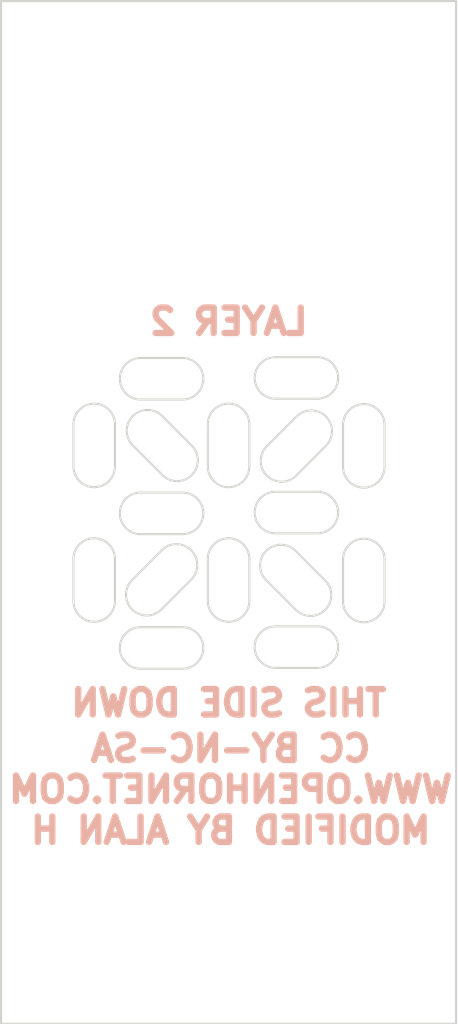
<source format=kicad_pcb>
(kicad_pcb (version 20171130) (host pcbnew "(5.1.9)-1")

  (general
    (thickness 1.6)
    (drawings 71)
    (tracks 0)
    (zones 0)
    (modules 0)
    (nets 1)
  )

  (page A4)
  (layers
    (0 F.Cu signal)
    (31 B.Cu signal)
    (32 B.Adhes user)
    (33 F.Adhes user)
    (34 B.Paste user)
    (35 F.Paste user)
    (36 B.SilkS user)
    (37 F.SilkS user)
    (38 B.Mask user)
    (39 F.Mask user)
    (40 Dwgs.User user)
    (41 Cmts.User user)
    (42 Eco1.User user)
    (43 Eco2.User user)
    (44 Edge.Cuts user)
    (45 Margin user)
    (46 B.CrtYd user)
    (47 F.CrtYd user)
    (48 B.Fab user)
    (49 F.Fab user)
  )

  (setup
    (last_trace_width 0.25)
    (user_trace_width 0.1524)
    (user_trace_width 0.2032)
    (user_trace_width 0.3048)
    (user_trace_width 0.4572)
    (user_trace_width 0.1524)
    (user_trace_width 0.2032)
    (user_trace_width 0.3048)
    (user_trace_width 0.4572)
    (user_trace_width 0.1524)
    (user_trace_width 0.2032)
    (user_trace_width 0.3048)
    (user_trace_width 0.4572)
    (user_trace_width 0.1524)
    (user_trace_width 0.2032)
    (user_trace_width 0.3048)
    (user_trace_width 0.4572)
    (trace_clearance 0.2)
    (zone_clearance 0.508)
    (zone_45_only no)
    (trace_min 0.127)
    (via_size 0.8)
    (via_drill 0.4)
    (via_min_size 0.45)
    (via_min_drill 0.2)
    (user_via 0.45 0.2)
    (user_via 0.45 0.2)
    (user_via 0.45 0.2)
    (user_via 0.45 0.2)
    (uvia_size 0.3)
    (uvia_drill 0.1)
    (uvias_allowed no)
    (uvia_min_size 0.2)
    (uvia_min_drill 0.1)
    (edge_width 0.05)
    (segment_width 0.2)
    (pcb_text_width 0.3)
    (pcb_text_size 1.5 1.5)
    (mod_edge_width 0.12)
    (mod_text_size 1 1)
    (mod_text_width 0.15)
    (pad_size 0.59 0.64)
    (pad_drill 0)
    (pad_to_mask_clearance 0.051)
    (solder_mask_min_width 0.25)
    (aux_axis_origin 199.945 52.19)
    (grid_origin 199.945 52.19)
    (visible_elements 7FFFFFDF)
    (pcbplotparams
      (layerselection 0x010fc_ffffffff)
      (usegerberextensions false)
      (usegerberattributes false)
      (usegerberadvancedattributes false)
      (creategerberjobfile false)
      (excludeedgelayer true)
      (linewidth 0.100000)
      (plotframeref false)
      (viasonmask false)
      (mode 1)
      (useauxorigin false)
      (hpglpennumber 1)
      (hpglpenspeed 20)
      (hpglpendiameter 15.000000)
      (psnegative false)
      (psa4output false)
      (plotreference true)
      (plotvalue true)
      (plotinvisibletext false)
      (padsonsilk false)
      (subtractmaskfromsilk false)
      (outputformat 1)
      (mirror false)
      (drillshape 0)
      (scaleselection 1)
      (outputdirectory "gerbers"))
  )

  (net 0 "")

  (net_class Default "This is the default net class."
    (clearance 0.2)
    (trace_width 0.25)
    (via_dia 0.8)
    (via_drill 0.4)
    (uvia_dia 0.3)
    (uvia_drill 0.1)
  )

  (gr_line (start 149.22 85.965) (end 149.22 110.09) (layer Edge.Cuts) (width 0.05))
  (gr_line (start 138.47 85.965) (end 138.47 110.09) (layer Edge.Cuts) (width 0.05))
  (gr_line (start 149.22 110.09) (end 138.47 110.09) (layer Edge.Cuts) (width 0.05))
  (gr_line (start 138.47 85.965) (end 149.22 85.965) (layer Edge.Cuts) (width 0.05))
  (gr_text "CC BY-NC-SA\nWWW.OPENHORNET.COM\nMODIFIED BY ALAN H" (at 143.895 104.565) (layer B.SilkS)
    (effects (font (size 0.6 0.6) (thickness 0.15)) (justify mirror))
  )
  (gr_arc (start 140.67 95.9525) (end 141.160917 95.9525) (angle -180) (layer Edge.Cuts) (width 0.05) (tstamp 5FB865F4))
  (gr_arc (start 140.67 96.9425) (end 140.179898 96.9425) (angle -180) (layer Edge.Cuts) (width 0.05) (tstamp 5FB865F3))
  (gr_line (start 141.7675 98.540102) (end 142.7575 98.540102) (layer Edge.Cuts) (width 0.05) (tstamp 5FB865F2))
  (gr_line (start 140.179898 95.9525) (end 140.179898 96.9425) (layer Edge.Cuts) (width 0.05) (tstamp 5FB865F1))
  (gr_arc (start 147.04 95.9625) (end 147.530102 95.9625) (angle -180) (layer Edge.Cuts) (width 0.05) (tstamp 5FB865F0))
  (gr_line (start 144.9525 101.695917) (end 145.9425 101.695917) (layer Edge.Cuts) (width 0.05) (tstamp 5FB865EF))
  (gr_line (start 141.580958 96.446077) (end 142.280994 97.146113) (layer Edge.Cuts) (width 0.05) (tstamp 5FB865EE))
  (gr_arc (start 142.7575 98.05) (end 142.7575 98.540102) (angle -180) (layer Edge.Cuts) (width 0.05) (tstamp 5FB865ED))
  (gr_line (start 142.7575 100.734083) (end 141.7675 100.734083) (layer Edge.Cuts) (width 0.05) (tstamp 5FB865EC))
  (gr_arc (start 142.7575 94.875) (end 142.7575 95.365102) (angle -180) (layer Edge.Cuts) (width 0.05) (tstamp 5FB865EB))
  (gr_line (start 141.7675 101.715102) (end 142.7575 101.715102) (layer Edge.Cuts) (width 0.05) (tstamp 5FB865EA))
  (gr_line (start 146.129042 99.633923) (end 145.429006 98.933887) (layer Edge.Cuts) (width 0.05) (tstamp 5FB865E9))
  (gr_line (start 140.179898 99.1275) (end 140.179898 100.1175) (layer Edge.Cuts) (width 0.05) (tstamp 5FB865E8))
  (gr_line (start 144.9525 98.520917) (end 145.9425 98.520917) (layer Edge.Cuts) (width 0.05) (tstamp 5FB865E7))
  (gr_arc (start 142.628124 96.798982) (end 142.280994 97.146113) (angle -180) (layer Edge.Cuts) (width 0.05) (tstamp 5FB865E6))
  (gr_arc (start 144.9525 98.03) (end 144.9525 97.539898) (angle -180) (layer Edge.Cuts) (width 0.05) (tstamp 5FB865E5))
  (gr_arc (start 141.928089 96.098947) (end 142.274643 95.752392) (angle -180) (layer Edge.Cuts) (width 0.05) (tstamp 5FB865E4))
  (gr_line (start 145.9425 97.539898) (end 144.9525 97.539898) (layer Edge.Cuts) (width 0.05) (tstamp 5FB865E3))
  (gr_line (start 142.7575 94.384083) (end 141.7675 94.384083) (layer Edge.Cuts) (width 0.05) (tstamp 5FB865E2))
  (gr_line (start 142.261077 100.314042) (end 142.961113 99.614006) (layer Edge.Cuts) (width 0.05) (tstamp 5FB865E1))
  (gr_line (start 145.442572 97.159679) (end 146.142608 96.459643) (layer Edge.Cuts) (width 0.05) (tstamp 5FB865E0))
  (gr_line (start 144.9525 95.345917) (end 145.9425 95.345917) (layer Edge.Cuts) (width 0.05) (tstamp 5FB865DF))
  (gr_arc (start 145.081876 99.281018) (end 145.429006 98.933887) (angle -180) (layer Edge.Cuts) (width 0.05) (tstamp 5FB865DE))
  (gr_line (start 141.160917 100.1175) (end 141.160917 99.1275) (layer Edge.Cuts) (width 0.05) (tstamp 5FB865DD))
  (gr_line (start 142.7575 97.559083) (end 141.7675 97.559083) (layer Edge.Cuts) (width 0.05) (tstamp 5FB865DC))
  (gr_line (start 147.530102 96.9525) (end 147.530102 95.9625) (layer Edge.Cuts) (width 0.05) (tstamp 5FB865DB))
  (gr_arc (start 145.942499 94.855) (end 145.9425 95.345917) (angle -180) (layer Edge.Cuts) (width 0.05) (tstamp 5FB865DA))
  (gr_line (start 145.9425 94.364898) (end 144.9525 94.364898) (layer Edge.Cuts) (width 0.05) (tstamp 5FB865D9))
  (gr_arc (start 144.9525 94.855) (end 144.9525 94.364898) (angle -180) (layer Edge.Cuts) (width 0.05) (tstamp 5FB865D8))
  (gr_arc (start 147.04 99.1375) (end 147.530102 99.1375) (angle -180) (layer Edge.Cuts) (width 0.05) (tstamp 5FB865D7))
  (gr_line (start 144.735321 99.627572) (end 145.435357 100.327608) (layer Edge.Cuts) (width 0.05) (tstamp 5FB865D6))
  (gr_line (start 141.7675 95.365102) (end 142.7575 95.365102) (layer Edge.Cuts) (width 0.05) (tstamp 5FB865D5))
  (gr_line (start 142.974679 96.452428) (end 142.274643 95.752392) (layer Edge.Cuts) (width 0.05) (tstamp 5FB865D4))
  (gr_line (start 142.267428 98.920321) (end 141.567392 99.620357) (layer Edge.Cuts) (width 0.05) (tstamp 5FB865D3))
  (gr_arc (start 147.04 100.127499) (end 146.549083 100.1275) (angle -180) (layer Edge.Cuts) (width 0.05) (tstamp 5FB865D2))
  (gr_arc (start 145.942499 101.205) (end 145.9425 101.695917) (angle -180) (layer Edge.Cuts) (width 0.05) (tstamp 5FB865D1))
  (gr_arc (start 142.613982 99.266876) (end 142.961113 99.614006) (angle -180) (layer Edge.Cuts) (width 0.05) (tstamp 5FB865D0))
  (gr_arc (start 142.7575 101.225) (end 142.7575 101.715102) (angle -180) (layer Edge.Cuts) (width 0.05) (tstamp 5FB865CF))
  (gr_arc (start 144.9525 101.205) (end 144.9525 100.714898) (angle -180) (layer Edge.Cuts) (width 0.05) (tstamp 5FB865CE))
  (gr_line (start 141.160917 96.9425) (end 141.160917 95.9525) (layer Edge.Cuts) (width 0.05) (tstamp 5FB865CD))
  (gr_arc (start 141.7675 101.225) (end 141.7675 100.734083) (angle -180) (layer Edge.Cuts) (width 0.05) (tstamp 5FB865CC))
  (gr_arc (start 145.096018 96.813124) (end 144.748887 96.465994) (angle -180) (layer Edge.Cuts) (width 0.05) (tstamp 5FB865CB))
  (gr_arc (start 143.845 99.1275) (end 144.335917 99.1275) (angle -180) (layer Edge.Cuts) (width 0.05) (tstamp 5FB865CA))
  (gr_arc (start 140.67 100.1175) (end 140.179898 100.1175) (angle -180) (layer Edge.Cuts) (width 0.05) (tstamp 5FB865C9))
  (gr_line (start 147.530102 100.1275) (end 147.530102 99.1375) (layer Edge.Cuts) (width 0.05) (tstamp 5FB865C8))
  (gr_line (start 146.549083 95.9625) (end 146.549083 96.9525) (layer Edge.Cuts) (width 0.05) (tstamp 5FB865C7))
  (gr_arc (start 141.913947 99.966911) (end 141.567392 99.620357) (angle -180) (layer Edge.Cuts) (width 0.05) (tstamp 5FB865C6))
  (gr_arc (start 145.781911 99.981053) (end 145.435357 100.327608) (angle -180) (layer Edge.Cuts) (width 0.05) (tstamp 5FB865C5))
  (gr_arc (start 141.7675 94.875) (end 141.7675 94.384083) (angle -180) (layer Edge.Cuts) (width 0.05) (tstamp 5FB865C4))
  (gr_arc (start 145.796053 96.113089) (end 146.142608 96.459643) (angle -180) (layer Edge.Cuts) (width 0.05) (tstamp 5FB865C3))
  (gr_line (start 144.335917 96.9425) (end 144.335917 95.9525) (layer Edge.Cuts) (width 0.05) (tstamp 5FB865C2))
  (gr_arc (start 143.845 96.9425) (end 143.354898 96.9425) (angle -180) (layer Edge.Cuts) (width 0.05) (tstamp 5FB865C1))
  (gr_arc (start 141.7675 98.05) (end 141.7675 97.559083) (angle -180) (layer Edge.Cuts) (width 0.05) (tstamp 5FB865C0))
  (gr_arc (start 140.67 99.1275) (end 141.160917 99.1275) (angle -180) (layer Edge.Cuts) (width 0.05) (tstamp 5FB865BF))
  (gr_arc (start 147.04 96.952499) (end 146.549083 96.9525) (angle -180) (layer Edge.Cuts) (width 0.05) (tstamp 5FB865BE))
  (gr_line (start 143.354898 95.9525) (end 143.354898 96.9425) (layer Edge.Cuts) (width 0.05) (tstamp 5FB865BD))
  (gr_line (start 146.549083 99.1375) (end 146.549083 100.1275) (layer Edge.Cuts) (width 0.05) (tstamp 5FB865BC))
  (gr_line (start 143.354898 99.1275) (end 143.354898 100.1175) (layer Edge.Cuts) (width 0.05) (tstamp 5FB865BB))
  (gr_arc (start 143.845 100.1175) (end 143.354898 100.1175) (angle -180) (layer Edge.Cuts) (width 0.05) (tstamp 5FB865BA))
  (gr_arc (start 143.845 95.9525) (end 144.335917 95.9525) (angle -180) (layer Edge.Cuts) (width 0.05) (tstamp 5FB865B9))
  (gr_line (start 144.335917 100.1175) (end 144.335917 99.1275) (layer Edge.Cuts) (width 0.05) (tstamp 5FB865B8))
  (gr_arc (start 145.942499 98.03) (end 145.9425 98.520917) (angle -180) (layer Edge.Cuts) (width 0.05) (tstamp 5FB865B7))
  (gr_line (start 145.448923 95.765958) (end 144.748887 96.465994) (layer Edge.Cuts) (width 0.05) (tstamp 5FB865B6))
  (gr_line (start 145.9425 100.714898) (end 144.9525 100.714898) (layer Edge.Cuts) (width 0.05) (tstamp 5FB865B5))
  (gr_text "THIS SIDE DOWN" (at 143.85 102.525) (layer B.SilkS) (tstamp 5FB86369)
    (effects (font (size 0.6 0.6) (thickness 0.15)) (justify mirror))
  )
  (gr_text "LAYER 2" (at 143.85 93.525) (layer B.SilkS) (tstamp 5FB86368)
    (effects (font (size 0.6 0.6) (thickness 0.15)) (justify mirror))
  )

)

</source>
